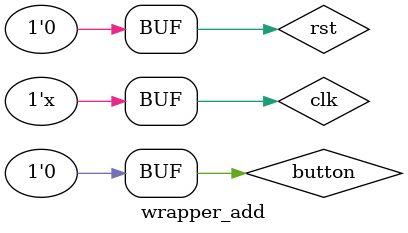
<source format=v>
`timescale 1ns / 1ps


module wrapper_add;

	// Inputs
	reg clk;
	reg rst;
	reg button;

	// Outputs
	wire [15:0] out;

	// Instantiate the Unit Under Test (UUT)
	wrapper_RISC uut (
		.clk(clk), 
		.rst(rst), 
		.button(button), 
		.out(out)
	);

	initial begin
		// Initialize Inputs
		clk = 0;
		rst = 0;
		button = 0;

		// Wait 100 ns for global reset to finish
		#2;
		rst = 1;
		#2;
		rst = 0;
		#10000;
		
		#50 button = 1;
		#50 button = 0;
        
		// Add stimulus here
		

	end

	always #10 clk = ~clk;
endmodule


</source>
